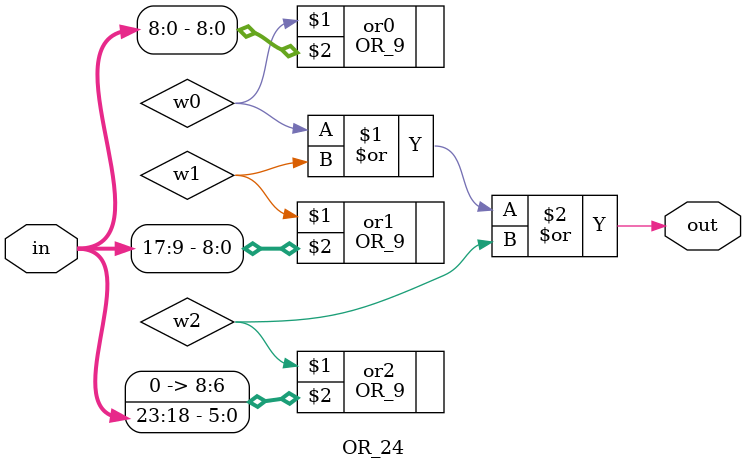
<source format=sv>
`timescale 1ps/1ps
module OR_24 (out, in);
	input [23:0] in;
	output out;
	wire w0, w1, w2;
	
	OR_9 or0(w0, in[8:0]);
	OR_9 or1(w1, in[17:9]);
	OR_9 or2(w2, {3'b000, in[23:18]});
	or #50 or3(out, w0, w1, w2);	
endmodule

</source>
